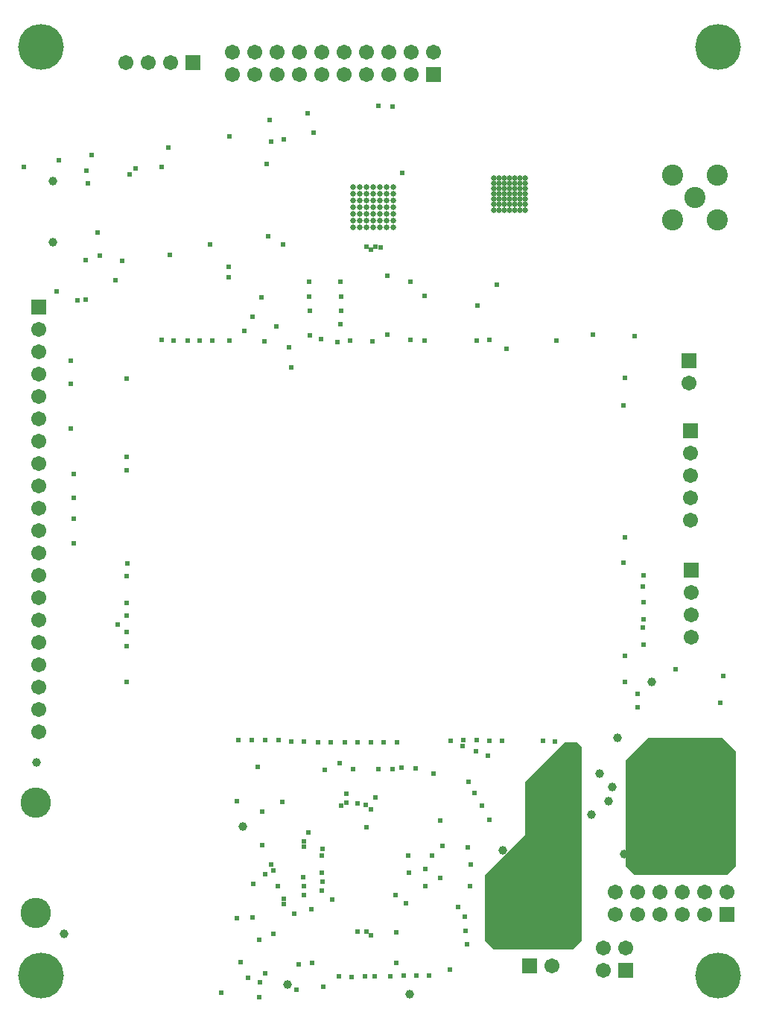
<source format=gbs>
G04*
G04 #@! TF.GenerationSoftware,Altium Limited,Altium Designer,19.1.9 (167)*
G04*
G04 Layer_Color=16711935*
%FSLAX44Y44*%
%MOMM*%
G71*
G01*
G75*
%ADD97C,1.0032*%
%ADD98C,0.6532*%
%ADD99C,5.2032*%
%ADD100C,1.7032*%
%ADD101R,1.7032X1.7032*%
%ADD102R,1.7032X1.7032*%
%ADD103C,2.4032*%
%ADD104C,3.4532*%
%ADD105C,0.6032*%
G36*
X650000Y295000D02*
Y75000D01*
X640000Y65000D01*
X550000D01*
Y65000D01*
X540000Y75000D01*
Y150000D01*
X585000Y195000D01*
Y255000D01*
X630000Y300000D01*
X645000D01*
X650000Y295000D01*
D02*
G37*
G36*
X825000Y290000D02*
Y160000D01*
X815000Y150000D01*
X710000D01*
X700000Y160000D01*
Y280000D01*
X725000Y305000D01*
X810000D01*
X825000Y290000D01*
D02*
G37*
D97*
X635750Y229250D02*
D03*
X625750D02*
D03*
X615750D02*
D03*
X605750D02*
D03*
X595750D02*
D03*
X605750Y209250D02*
D03*
X615750D02*
D03*
X625750D02*
D03*
Y219250D02*
D03*
X635750D02*
D03*
Y209250D02*
D03*
Y199250D02*
D03*
X625750D02*
D03*
X615750D02*
D03*
X605750D02*
D03*
X595750D02*
D03*
Y209250D02*
D03*
Y219250D02*
D03*
X605750D02*
D03*
X615750D02*
D03*
X764250Y256000D02*
D03*
Y266000D02*
D03*
Y276000D02*
D03*
X774250D02*
D03*
Y266000D02*
D03*
Y256000D02*
D03*
Y246000D02*
D03*
Y236000D02*
D03*
X764250D02*
D03*
Y246000D02*
D03*
X754250Y236000D02*
D03*
Y246000D02*
D03*
Y256000D02*
D03*
Y266000D02*
D03*
Y276000D02*
D03*
X744250D02*
D03*
Y266000D02*
D03*
Y256000D02*
D03*
Y246000D02*
D03*
Y236000D02*
D03*
X680000Y233500D02*
D03*
X604000Y113000D02*
D03*
X601500Y257500D02*
D03*
X660500Y218500D02*
D03*
X729250Y369250D02*
D03*
X264500Y204250D02*
D03*
X61500Y82500D02*
D03*
X29750Y277250D02*
D03*
X805483Y205017D02*
D03*
X807483Y290267D02*
D03*
X684750Y249500D02*
D03*
X723733Y209267D02*
D03*
X698233Y173517D02*
D03*
X616500Y150500D02*
D03*
X576233Y157267D02*
D03*
X586483Y141017D02*
D03*
X670000Y265000D02*
D03*
X690000Y305000D02*
D03*
X48500Y868750D02*
D03*
X559750Y177250D02*
D03*
X454250Y13750D02*
D03*
X315000Y25000D02*
D03*
X48500Y938250D02*
D03*
D98*
X567500Y923250D02*
D03*
X561500D02*
D03*
X555500D02*
D03*
X549500D02*
D03*
Y929250D02*
D03*
Y935250D02*
D03*
Y941250D02*
D03*
X555500D02*
D03*
X561500D02*
D03*
X567500D02*
D03*
X573500D02*
D03*
X579500D02*
D03*
X585500D02*
D03*
Y935250D02*
D03*
Y929250D02*
D03*
Y923250D02*
D03*
Y917250D02*
D03*
Y911250D02*
D03*
Y905250D02*
D03*
X579500D02*
D03*
X573500D02*
D03*
X567500D02*
D03*
X561500D02*
D03*
X555500D02*
D03*
X549500D02*
D03*
Y911250D02*
D03*
Y917250D02*
D03*
X555500D02*
D03*
X561500D02*
D03*
X567500D02*
D03*
Y911250D02*
D03*
X561500D02*
D03*
X555500D02*
D03*
Y929250D02*
D03*
Y935250D02*
D03*
X561500D02*
D03*
X567500D02*
D03*
X573500D02*
D03*
X579500D02*
D03*
Y929250D02*
D03*
Y923250D02*
D03*
Y917250D02*
D03*
Y911250D02*
D03*
X573500D02*
D03*
Y917250D02*
D03*
Y923250D02*
D03*
Y929250D02*
D03*
X567500D02*
D03*
X561500D02*
D03*
X397001Y923329D02*
D03*
X404621D02*
D03*
X412241D02*
D03*
X419861D02*
D03*
X427481D02*
D03*
Y915709D02*
D03*
Y908089D02*
D03*
Y900469D02*
D03*
Y892849D02*
D03*
X419861D02*
D03*
X412241D02*
D03*
X404621D02*
D03*
X397001D02*
D03*
Y900469D02*
D03*
X404621D02*
D03*
X412241D02*
D03*
X419861D02*
D03*
Y908089D02*
D03*
Y915709D02*
D03*
X412241D02*
D03*
X404621D02*
D03*
X397001D02*
D03*
X389381D02*
D03*
Y923329D02*
D03*
Y930949D02*
D03*
X397001D02*
D03*
X404621D02*
D03*
X412241D02*
D03*
X419861D02*
D03*
X427481D02*
D03*
X435101D02*
D03*
Y923329D02*
D03*
Y915709D02*
D03*
Y908089D02*
D03*
Y900469D02*
D03*
Y892849D02*
D03*
Y885229D02*
D03*
X427481D02*
D03*
X419861D02*
D03*
X412241D02*
D03*
X404621D02*
D03*
X397001D02*
D03*
X389381D02*
D03*
Y892849D02*
D03*
Y900469D02*
D03*
Y908089D02*
D03*
X397001D02*
D03*
X404621D02*
D03*
X412241D02*
D03*
D99*
X805000Y1090000D02*
D03*
X35000D02*
D03*
X805000Y35000D02*
D03*
X35000D02*
D03*
D100*
X32500Y642750D02*
D03*
Y668150D02*
D03*
Y693550D02*
D03*
Y718950D02*
D03*
Y744350D02*
D03*
Y769750D02*
D03*
Y617350D02*
D03*
Y591950D02*
D03*
Y566550D02*
D03*
Y541150D02*
D03*
Y515750D02*
D03*
Y490350D02*
D03*
Y464950D02*
D03*
Y439550D02*
D03*
Y414150D02*
D03*
Y388750D02*
D03*
Y363350D02*
D03*
Y337950D02*
D03*
Y312550D02*
D03*
X252250Y1084150D02*
D03*
X277650D02*
D03*
X303050D02*
D03*
X328450D02*
D03*
X252250Y1058750D02*
D03*
X277650D02*
D03*
X303050D02*
D03*
X328450D02*
D03*
X430050Y1084150D02*
D03*
Y1058750D02*
D03*
X480850Y1084150D02*
D03*
X455450Y1058750D02*
D03*
Y1084150D02*
D03*
X404650Y1058750D02*
D03*
Y1084150D02*
D03*
X379250Y1058750D02*
D03*
Y1084150D02*
D03*
X353850Y1058750D02*
D03*
Y1084150D02*
D03*
X773000Y552950D02*
D03*
Y578350D02*
D03*
Y603750D02*
D03*
Y629150D02*
D03*
X131700Y1072750D02*
D03*
X157100D02*
D03*
X182500D02*
D03*
X774250Y419450D02*
D03*
Y444850D02*
D03*
Y470250D02*
D03*
X771500Y708750D02*
D03*
X616000Y46500D02*
D03*
X699500Y66900D02*
D03*
X674100Y41500D02*
D03*
Y66900D02*
D03*
X763750Y130400D02*
D03*
Y105000D02*
D03*
X814550Y130400D02*
D03*
X789150Y105000D02*
D03*
Y130400D02*
D03*
X738350Y105000D02*
D03*
Y130400D02*
D03*
X712950Y105000D02*
D03*
Y130400D02*
D03*
X687550Y105000D02*
D03*
Y130400D02*
D03*
D101*
X32500Y795150D02*
D03*
X773000Y654550D02*
D03*
X774250Y495650D02*
D03*
X771500Y734150D02*
D03*
D102*
X480850Y1058750D02*
D03*
X207900Y1072750D02*
D03*
X590600Y46500D02*
D03*
X699500Y41500D02*
D03*
X814550Y105000D02*
D03*
D103*
X778600Y919650D02*
D03*
X753200Y945050D02*
D03*
Y894250D02*
D03*
X804000D02*
D03*
Y945050D02*
D03*
D104*
X29300Y106050D02*
D03*
Y232050D02*
D03*
D105*
X662000Y763750D02*
D03*
X564000Y747000D02*
D03*
X353750Y758250D02*
D03*
X249250Y757000D02*
D03*
X119500Y825250D02*
D03*
X135750Y945250D02*
D03*
X414770Y237512D02*
D03*
X55000Y961250D02*
D03*
X304000Y137250D02*
D03*
X85500Y803500D02*
D03*
X85754Y847791D02*
D03*
X227500Y865750D02*
D03*
X248750Y840250D02*
D03*
Y828750D02*
D03*
X386250Y756250D02*
D03*
X806750Y345250D02*
D03*
X374750Y276500D02*
D03*
X405000Y203750D02*
D03*
X453022Y152007D02*
D03*
X488500Y146250D02*
D03*
X523250Y161750D02*
D03*
X523000Y136750D02*
D03*
X509000Y113000D02*
D03*
X471500Y137000D02*
D03*
X452250Y172000D02*
D03*
X343000Y49750D02*
D03*
X262263Y50753D02*
D03*
X440000Y300250D02*
D03*
X68500Y656500D02*
D03*
X529500Y290250D02*
D03*
X544750Y302250D02*
D03*
X302750Y772750D02*
D03*
X122500Y434500D02*
D03*
X380500Y300000D02*
D03*
X259750Y303250D02*
D03*
X697500Y683250D02*
D03*
X185750Y756750D02*
D03*
X605500Y302250D02*
D03*
X559500D02*
D03*
X132000Y426000D02*
D03*
X350250Y300500D02*
D03*
X215500Y757000D02*
D03*
X132750Y368750D02*
D03*
X132000Y713750D02*
D03*
X68503Y733536D02*
D03*
X305250Y303000D02*
D03*
X371750Y755000D02*
D03*
X132500Y609500D02*
D03*
X274250Y303000D02*
D03*
X543063Y285312D02*
D03*
X428500Y763250D02*
D03*
X394750Y300250D02*
D03*
X500250Y302250D02*
D03*
X229750Y756500D02*
D03*
X411500Y755500D02*
D03*
X317000Y749250D02*
D03*
X364500Y300250D02*
D03*
X455000Y757500D02*
D03*
X620500Y756750D02*
D03*
X132500Y489500D02*
D03*
X72503Y605530D02*
D03*
X514500Y296000D02*
D03*
X698500Y714750D02*
D03*
Y533250D02*
D03*
Y369000D02*
D03*
X340250Y763000D02*
D03*
X132500Y624500D02*
D03*
X424750Y300250D02*
D03*
X530250Y757000D02*
D03*
X289750Y303000D02*
D03*
X334250Y301000D02*
D03*
X410000Y300000D02*
D03*
X619000Y301500D02*
D03*
X697500Y504000D02*
D03*
X545000Y757750D02*
D03*
X285500Y805750D02*
D03*
X289250Y755750D02*
D03*
X470750Y756500D02*
D03*
X72503Y578278D02*
D03*
X530250Y302750D02*
D03*
X698500Y398750D02*
D03*
X172000Y757750D02*
D03*
X132750Y444250D02*
D03*
X319250Y300750D02*
D03*
X515250Y302750D02*
D03*
X319500Y726250D02*
D03*
X201500Y756750D02*
D03*
X133000Y503750D02*
D03*
X132500Y458500D02*
D03*
X132250Y409750D02*
D03*
X68503Y707284D02*
D03*
X72503Y526026D02*
D03*
Y554027D02*
D03*
X289750Y37500D02*
D03*
X270000Y32750D02*
D03*
X283750Y27750D02*
D03*
X283250Y11000D02*
D03*
X356250Y22500D02*
D03*
X342500Y111000D02*
D03*
X355250Y142000D02*
D03*
X366250Y122000D02*
D03*
X327750Y47750D02*
D03*
X414250Y34250D02*
D03*
X388000Y33750D02*
D03*
X435000Y1022500D02*
D03*
X418750Y1023500D02*
D03*
X710000Y762000D02*
D03*
X180000Y976000D02*
D03*
X172000Y954250D02*
D03*
X92750Y967500D02*
D03*
X86500Y949500D02*
D03*
X127250Y847000D02*
D03*
X76250Y802500D02*
D03*
X810750Y376000D02*
D03*
X720000Y490000D02*
D03*
X719785Y439771D02*
D03*
X719750Y411250D02*
D03*
X713000Y355500D02*
D03*
X291500Y957000D02*
D03*
X293000Y875000D02*
D03*
X52500Y812500D02*
D03*
X181500Y854250D02*
D03*
X101500Y853500D02*
D03*
X142250Y952000D02*
D03*
X311000Y985500D02*
D03*
X297000Y982500D02*
D03*
X249250Y988250D02*
D03*
X488750Y211750D02*
D03*
X519250Y71250D02*
D03*
X438750Y84750D02*
D03*
X409750Y81250D02*
D03*
X405000Y85250D02*
D03*
X395000Y85500D02*
D03*
X240250Y16250D02*
D03*
X281250Y272750D02*
D03*
X322500Y105250D02*
D03*
X290000Y150750D02*
D03*
X286250Y183250D02*
D03*
X339000Y197750D02*
D03*
X354750Y179500D02*
D03*
X333250Y147000D02*
D03*
X333750Y137000D02*
D03*
X334000Y127000D02*
D03*
X286250Y222000D02*
D03*
X357500Y269000D02*
D03*
X389750Y270250D02*
D03*
X418750Y269750D02*
D03*
X434250Y270250D02*
D03*
X517000Y102000D02*
D03*
X518000Y86000D02*
D03*
X476500Y35250D02*
D03*
X461750Y35000D02*
D03*
X447000Y35250D02*
D03*
X432250Y34500D02*
D03*
X403000Y34250D02*
D03*
X373250Y34750D02*
D03*
X756500Y383500D02*
D03*
X713000Y340500D02*
D03*
X719500Y430500D02*
D03*
X719750Y459500D02*
D03*
X719250Y477500D02*
D03*
X445250Y946750D02*
D03*
X428500Y830750D02*
D03*
X420770Y862292D02*
D03*
X414770Y863292D02*
D03*
X409750Y859750D02*
D03*
X404750Y863250D02*
D03*
X375875Y807000D02*
D03*
X375500Y775250D02*
D03*
X376500Y790845D02*
D03*
X375000Y823750D02*
D03*
X553250Y820500D02*
D03*
X265750Y767500D02*
D03*
X275250Y783500D02*
D03*
X531000Y796500D02*
D03*
X309750Y865500D02*
D03*
X15250Y954000D02*
D03*
X99250Y879750D02*
D03*
X88000Y935000D02*
D03*
X333500Y181500D02*
D03*
X311250Y116250D02*
D03*
X333500Y187500D02*
D03*
X311250Y122250D02*
D03*
X339847Y823500D02*
D03*
X295000Y1007250D02*
D03*
X344500Y992500D02*
D03*
X337750Y1015250D02*
D03*
X471000Y807250D02*
D03*
X454750Y823500D02*
D03*
X340250Y790750D02*
D03*
X340000Y807000D02*
D03*
X325250Y19000D02*
D03*
X439000Y50000D02*
D03*
X481500Y264500D02*
D03*
X491250Y182750D02*
D03*
X479500Y171500D02*
D03*
X472273Y156758D02*
D03*
X460750Y270500D02*
D03*
X409750Y224250D02*
D03*
X445000Y271500D02*
D03*
X545000Y212500D02*
D03*
X536000Y228250D02*
D03*
X527500Y242500D02*
D03*
X521000Y255750D02*
D03*
X403750Y229250D02*
D03*
X395000Y230500D02*
D03*
X382000Y232000D02*
D03*
X376250Y228000D02*
D03*
X520000Y181250D02*
D03*
X500000Y41750D02*
D03*
X382250Y241500D02*
D03*
X257250Y233500D02*
D03*
X450000Y117250D02*
D03*
X257750Y100500D02*
D03*
X438000Y126500D02*
D03*
X282750Y75750D02*
D03*
X354000Y132000D02*
D03*
Y152250D02*
D03*
X354500Y172000D02*
D03*
X309250Y233000D02*
D03*
X297000Y161500D02*
D03*
X299250Y154500D02*
D03*
X298750Y83000D02*
D03*
X275750Y101250D02*
D03*
X276000Y139750D02*
D03*
M02*

</source>
